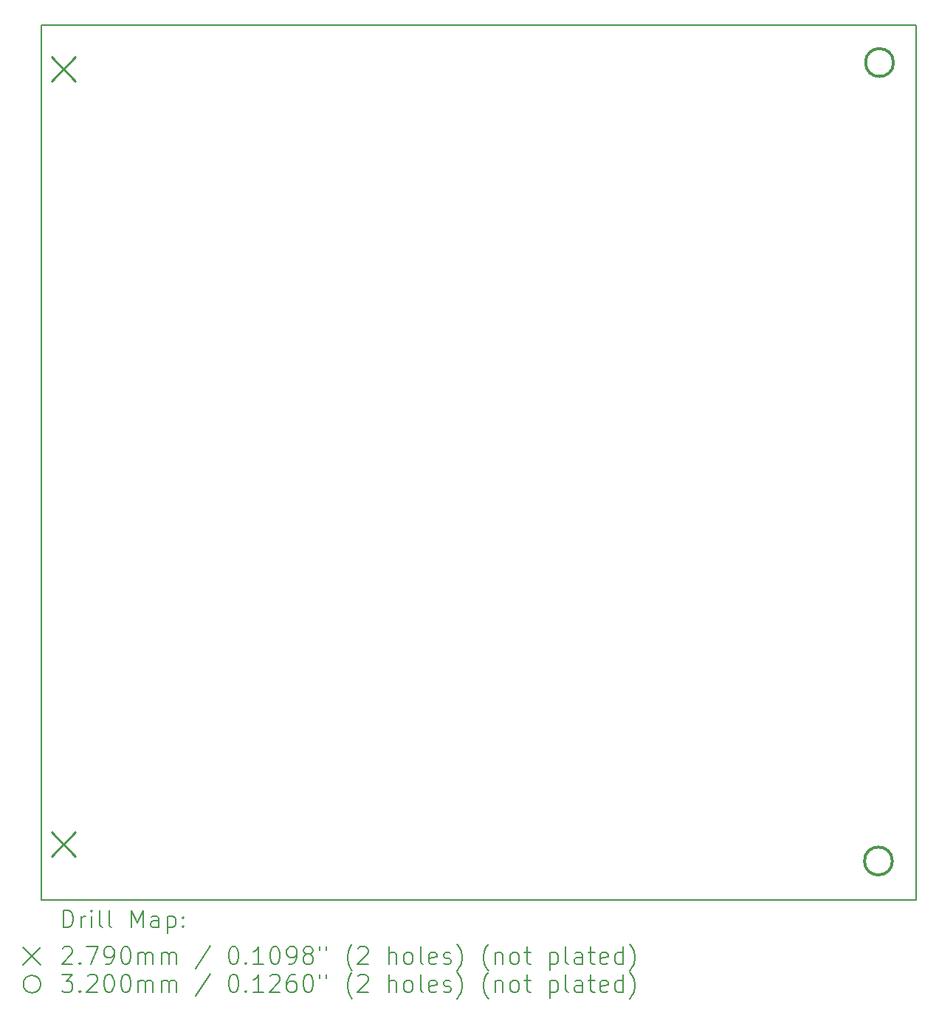
<source format=gbr>
%TF.GenerationSoftware,KiCad,Pcbnew,8.0.5-8.0.5-0~ubuntu24.04.1*%
%TF.CreationDate,2024-09-12T21:54:20+03:00*%
%TF.ProjectId,alu,616c752e-6b69-4636-9164-5f7063625858,rev?*%
%TF.SameCoordinates,Original*%
%TF.FileFunction,Drillmap*%
%TF.FilePolarity,Positive*%
%FSLAX45Y45*%
G04 Gerber Fmt 4.5, Leading zero omitted, Abs format (unit mm)*
G04 Created by KiCad (PCBNEW 8.0.5-8.0.5-0~ubuntu24.04.1) date 2024-09-12 21:54:20*
%MOMM*%
%LPD*%
G01*
G04 APERTURE LIST*
%ADD10C,0.150000*%
%ADD11C,0.200000*%
%ADD12C,0.279000*%
%ADD13C,0.320000*%
G04 APERTURE END LIST*
D10*
X3937000Y-2667000D02*
X13970000Y-2667000D01*
X13970000Y-12700000D01*
X3937000Y-12700000D01*
X3937000Y-2667000D01*
D11*
D12*
X4051500Y-3035500D02*
X4330500Y-3314500D01*
X4330500Y-3035500D02*
X4051500Y-3314500D01*
X4051500Y-11925500D02*
X4330500Y-12204500D01*
X4330500Y-11925500D02*
X4051500Y-12204500D01*
D13*
X13697300Y-12255500D02*
G75*
G02*
X13377300Y-12255500I-160000J0D01*
G01*
X13377300Y-12255500D02*
G75*
G02*
X13697300Y-12255500I160000J0D01*
G01*
X13710000Y-3098800D02*
G75*
G02*
X13390000Y-3098800I-160000J0D01*
G01*
X13390000Y-3098800D02*
G75*
G02*
X13710000Y-3098800I160000J0D01*
G01*
D11*
X4190277Y-13018984D02*
X4190277Y-12818984D01*
X4190277Y-12818984D02*
X4237896Y-12818984D01*
X4237896Y-12818984D02*
X4266467Y-12828508D01*
X4266467Y-12828508D02*
X4285515Y-12847555D01*
X4285515Y-12847555D02*
X4295039Y-12866603D01*
X4295039Y-12866603D02*
X4304563Y-12904698D01*
X4304563Y-12904698D02*
X4304563Y-12933269D01*
X4304563Y-12933269D02*
X4295039Y-12971365D01*
X4295039Y-12971365D02*
X4285515Y-12990412D01*
X4285515Y-12990412D02*
X4266467Y-13009460D01*
X4266467Y-13009460D02*
X4237896Y-13018984D01*
X4237896Y-13018984D02*
X4190277Y-13018984D01*
X4390277Y-13018984D02*
X4390277Y-12885650D01*
X4390277Y-12923746D02*
X4399801Y-12904698D01*
X4399801Y-12904698D02*
X4409324Y-12895174D01*
X4409324Y-12895174D02*
X4428372Y-12885650D01*
X4428372Y-12885650D02*
X4447420Y-12885650D01*
X4514086Y-13018984D02*
X4514086Y-12885650D01*
X4514086Y-12818984D02*
X4504563Y-12828508D01*
X4504563Y-12828508D02*
X4514086Y-12838031D01*
X4514086Y-12838031D02*
X4523610Y-12828508D01*
X4523610Y-12828508D02*
X4514086Y-12818984D01*
X4514086Y-12818984D02*
X4514086Y-12838031D01*
X4637896Y-13018984D02*
X4618848Y-13009460D01*
X4618848Y-13009460D02*
X4609324Y-12990412D01*
X4609324Y-12990412D02*
X4609324Y-12818984D01*
X4742658Y-13018984D02*
X4723610Y-13009460D01*
X4723610Y-13009460D02*
X4714086Y-12990412D01*
X4714086Y-12990412D02*
X4714086Y-12818984D01*
X4971229Y-13018984D02*
X4971229Y-12818984D01*
X4971229Y-12818984D02*
X5037896Y-12961841D01*
X5037896Y-12961841D02*
X5104563Y-12818984D01*
X5104563Y-12818984D02*
X5104563Y-13018984D01*
X5285515Y-13018984D02*
X5285515Y-12914222D01*
X5285515Y-12914222D02*
X5275991Y-12895174D01*
X5275991Y-12895174D02*
X5256944Y-12885650D01*
X5256944Y-12885650D02*
X5218848Y-12885650D01*
X5218848Y-12885650D02*
X5199801Y-12895174D01*
X5285515Y-13009460D02*
X5266467Y-13018984D01*
X5266467Y-13018984D02*
X5218848Y-13018984D01*
X5218848Y-13018984D02*
X5199801Y-13009460D01*
X5199801Y-13009460D02*
X5190277Y-12990412D01*
X5190277Y-12990412D02*
X5190277Y-12971365D01*
X5190277Y-12971365D02*
X5199801Y-12952317D01*
X5199801Y-12952317D02*
X5218848Y-12942793D01*
X5218848Y-12942793D02*
X5266467Y-12942793D01*
X5266467Y-12942793D02*
X5285515Y-12933269D01*
X5380753Y-12885650D02*
X5380753Y-13085650D01*
X5380753Y-12895174D02*
X5399801Y-12885650D01*
X5399801Y-12885650D02*
X5437896Y-12885650D01*
X5437896Y-12885650D02*
X5456944Y-12895174D01*
X5456944Y-12895174D02*
X5466467Y-12904698D01*
X5466467Y-12904698D02*
X5475991Y-12923746D01*
X5475991Y-12923746D02*
X5475991Y-12980888D01*
X5475991Y-12980888D02*
X5466467Y-12999936D01*
X5466467Y-12999936D02*
X5456944Y-13009460D01*
X5456944Y-13009460D02*
X5437896Y-13018984D01*
X5437896Y-13018984D02*
X5399801Y-13018984D01*
X5399801Y-13018984D02*
X5380753Y-13009460D01*
X5561705Y-12999936D02*
X5571229Y-13009460D01*
X5571229Y-13009460D02*
X5561705Y-13018984D01*
X5561705Y-13018984D02*
X5552182Y-13009460D01*
X5552182Y-13009460D02*
X5561705Y-12999936D01*
X5561705Y-12999936D02*
X5561705Y-13018984D01*
X5561705Y-12895174D02*
X5571229Y-12904698D01*
X5571229Y-12904698D02*
X5561705Y-12914222D01*
X5561705Y-12914222D02*
X5552182Y-12904698D01*
X5552182Y-12904698D02*
X5561705Y-12895174D01*
X5561705Y-12895174D02*
X5561705Y-12914222D01*
X3729500Y-13247500D02*
X3929500Y-13447500D01*
X3929500Y-13247500D02*
X3729500Y-13447500D01*
X4180753Y-13258031D02*
X4190277Y-13248508D01*
X4190277Y-13248508D02*
X4209324Y-13238984D01*
X4209324Y-13238984D02*
X4256944Y-13238984D01*
X4256944Y-13238984D02*
X4275991Y-13248508D01*
X4275991Y-13248508D02*
X4285515Y-13258031D01*
X4285515Y-13258031D02*
X4295039Y-13277079D01*
X4295039Y-13277079D02*
X4295039Y-13296127D01*
X4295039Y-13296127D02*
X4285515Y-13324698D01*
X4285515Y-13324698D02*
X4171229Y-13438984D01*
X4171229Y-13438984D02*
X4295039Y-13438984D01*
X4380753Y-13419936D02*
X4390277Y-13429460D01*
X4390277Y-13429460D02*
X4380753Y-13438984D01*
X4380753Y-13438984D02*
X4371229Y-13429460D01*
X4371229Y-13429460D02*
X4380753Y-13419936D01*
X4380753Y-13419936D02*
X4380753Y-13438984D01*
X4456944Y-13238984D02*
X4590277Y-13238984D01*
X4590277Y-13238984D02*
X4504563Y-13438984D01*
X4675991Y-13438984D02*
X4714086Y-13438984D01*
X4714086Y-13438984D02*
X4733134Y-13429460D01*
X4733134Y-13429460D02*
X4742658Y-13419936D01*
X4742658Y-13419936D02*
X4761705Y-13391365D01*
X4761705Y-13391365D02*
X4771229Y-13353269D01*
X4771229Y-13353269D02*
X4771229Y-13277079D01*
X4771229Y-13277079D02*
X4761705Y-13258031D01*
X4761705Y-13258031D02*
X4752182Y-13248508D01*
X4752182Y-13248508D02*
X4733134Y-13238984D01*
X4733134Y-13238984D02*
X4695039Y-13238984D01*
X4695039Y-13238984D02*
X4675991Y-13248508D01*
X4675991Y-13248508D02*
X4666467Y-13258031D01*
X4666467Y-13258031D02*
X4656944Y-13277079D01*
X4656944Y-13277079D02*
X4656944Y-13324698D01*
X4656944Y-13324698D02*
X4666467Y-13343746D01*
X4666467Y-13343746D02*
X4675991Y-13353269D01*
X4675991Y-13353269D02*
X4695039Y-13362793D01*
X4695039Y-13362793D02*
X4733134Y-13362793D01*
X4733134Y-13362793D02*
X4752182Y-13353269D01*
X4752182Y-13353269D02*
X4761705Y-13343746D01*
X4761705Y-13343746D02*
X4771229Y-13324698D01*
X4895039Y-13238984D02*
X4914086Y-13238984D01*
X4914086Y-13238984D02*
X4933134Y-13248508D01*
X4933134Y-13248508D02*
X4942658Y-13258031D01*
X4942658Y-13258031D02*
X4952182Y-13277079D01*
X4952182Y-13277079D02*
X4961705Y-13315174D01*
X4961705Y-13315174D02*
X4961705Y-13362793D01*
X4961705Y-13362793D02*
X4952182Y-13400888D01*
X4952182Y-13400888D02*
X4942658Y-13419936D01*
X4942658Y-13419936D02*
X4933134Y-13429460D01*
X4933134Y-13429460D02*
X4914086Y-13438984D01*
X4914086Y-13438984D02*
X4895039Y-13438984D01*
X4895039Y-13438984D02*
X4875991Y-13429460D01*
X4875991Y-13429460D02*
X4866467Y-13419936D01*
X4866467Y-13419936D02*
X4856944Y-13400888D01*
X4856944Y-13400888D02*
X4847420Y-13362793D01*
X4847420Y-13362793D02*
X4847420Y-13315174D01*
X4847420Y-13315174D02*
X4856944Y-13277079D01*
X4856944Y-13277079D02*
X4866467Y-13258031D01*
X4866467Y-13258031D02*
X4875991Y-13248508D01*
X4875991Y-13248508D02*
X4895039Y-13238984D01*
X5047420Y-13438984D02*
X5047420Y-13305650D01*
X5047420Y-13324698D02*
X5056944Y-13315174D01*
X5056944Y-13315174D02*
X5075991Y-13305650D01*
X5075991Y-13305650D02*
X5104563Y-13305650D01*
X5104563Y-13305650D02*
X5123610Y-13315174D01*
X5123610Y-13315174D02*
X5133134Y-13334222D01*
X5133134Y-13334222D02*
X5133134Y-13438984D01*
X5133134Y-13334222D02*
X5142658Y-13315174D01*
X5142658Y-13315174D02*
X5161705Y-13305650D01*
X5161705Y-13305650D02*
X5190277Y-13305650D01*
X5190277Y-13305650D02*
X5209325Y-13315174D01*
X5209325Y-13315174D02*
X5218848Y-13334222D01*
X5218848Y-13334222D02*
X5218848Y-13438984D01*
X5314086Y-13438984D02*
X5314086Y-13305650D01*
X5314086Y-13324698D02*
X5323610Y-13315174D01*
X5323610Y-13315174D02*
X5342658Y-13305650D01*
X5342658Y-13305650D02*
X5371229Y-13305650D01*
X5371229Y-13305650D02*
X5390277Y-13315174D01*
X5390277Y-13315174D02*
X5399801Y-13334222D01*
X5399801Y-13334222D02*
X5399801Y-13438984D01*
X5399801Y-13334222D02*
X5409325Y-13315174D01*
X5409325Y-13315174D02*
X5428372Y-13305650D01*
X5428372Y-13305650D02*
X5456944Y-13305650D01*
X5456944Y-13305650D02*
X5475991Y-13315174D01*
X5475991Y-13315174D02*
X5485515Y-13334222D01*
X5485515Y-13334222D02*
X5485515Y-13438984D01*
X5875991Y-13229460D02*
X5704563Y-13486603D01*
X6133134Y-13238984D02*
X6152182Y-13238984D01*
X6152182Y-13238984D02*
X6171229Y-13248508D01*
X6171229Y-13248508D02*
X6180753Y-13258031D01*
X6180753Y-13258031D02*
X6190277Y-13277079D01*
X6190277Y-13277079D02*
X6199801Y-13315174D01*
X6199801Y-13315174D02*
X6199801Y-13362793D01*
X6199801Y-13362793D02*
X6190277Y-13400888D01*
X6190277Y-13400888D02*
X6180753Y-13419936D01*
X6180753Y-13419936D02*
X6171229Y-13429460D01*
X6171229Y-13429460D02*
X6152182Y-13438984D01*
X6152182Y-13438984D02*
X6133134Y-13438984D01*
X6133134Y-13438984D02*
X6114086Y-13429460D01*
X6114086Y-13429460D02*
X6104563Y-13419936D01*
X6104563Y-13419936D02*
X6095039Y-13400888D01*
X6095039Y-13400888D02*
X6085515Y-13362793D01*
X6085515Y-13362793D02*
X6085515Y-13315174D01*
X6085515Y-13315174D02*
X6095039Y-13277079D01*
X6095039Y-13277079D02*
X6104563Y-13258031D01*
X6104563Y-13258031D02*
X6114086Y-13248508D01*
X6114086Y-13248508D02*
X6133134Y-13238984D01*
X6285515Y-13419936D02*
X6295039Y-13429460D01*
X6295039Y-13429460D02*
X6285515Y-13438984D01*
X6285515Y-13438984D02*
X6275991Y-13429460D01*
X6275991Y-13429460D02*
X6285515Y-13419936D01*
X6285515Y-13419936D02*
X6285515Y-13438984D01*
X6485515Y-13438984D02*
X6371229Y-13438984D01*
X6428372Y-13438984D02*
X6428372Y-13238984D01*
X6428372Y-13238984D02*
X6409325Y-13267555D01*
X6409325Y-13267555D02*
X6390277Y-13286603D01*
X6390277Y-13286603D02*
X6371229Y-13296127D01*
X6609325Y-13238984D02*
X6628372Y-13238984D01*
X6628372Y-13238984D02*
X6647420Y-13248508D01*
X6647420Y-13248508D02*
X6656944Y-13258031D01*
X6656944Y-13258031D02*
X6666467Y-13277079D01*
X6666467Y-13277079D02*
X6675991Y-13315174D01*
X6675991Y-13315174D02*
X6675991Y-13362793D01*
X6675991Y-13362793D02*
X6666467Y-13400888D01*
X6666467Y-13400888D02*
X6656944Y-13419936D01*
X6656944Y-13419936D02*
X6647420Y-13429460D01*
X6647420Y-13429460D02*
X6628372Y-13438984D01*
X6628372Y-13438984D02*
X6609325Y-13438984D01*
X6609325Y-13438984D02*
X6590277Y-13429460D01*
X6590277Y-13429460D02*
X6580753Y-13419936D01*
X6580753Y-13419936D02*
X6571229Y-13400888D01*
X6571229Y-13400888D02*
X6561706Y-13362793D01*
X6561706Y-13362793D02*
X6561706Y-13315174D01*
X6561706Y-13315174D02*
X6571229Y-13277079D01*
X6571229Y-13277079D02*
X6580753Y-13258031D01*
X6580753Y-13258031D02*
X6590277Y-13248508D01*
X6590277Y-13248508D02*
X6609325Y-13238984D01*
X6771229Y-13438984D02*
X6809325Y-13438984D01*
X6809325Y-13438984D02*
X6828372Y-13429460D01*
X6828372Y-13429460D02*
X6837896Y-13419936D01*
X6837896Y-13419936D02*
X6856944Y-13391365D01*
X6856944Y-13391365D02*
X6866467Y-13353269D01*
X6866467Y-13353269D02*
X6866467Y-13277079D01*
X6866467Y-13277079D02*
X6856944Y-13258031D01*
X6856944Y-13258031D02*
X6847420Y-13248508D01*
X6847420Y-13248508D02*
X6828372Y-13238984D01*
X6828372Y-13238984D02*
X6790277Y-13238984D01*
X6790277Y-13238984D02*
X6771229Y-13248508D01*
X6771229Y-13248508D02*
X6761706Y-13258031D01*
X6761706Y-13258031D02*
X6752182Y-13277079D01*
X6752182Y-13277079D02*
X6752182Y-13324698D01*
X6752182Y-13324698D02*
X6761706Y-13343746D01*
X6761706Y-13343746D02*
X6771229Y-13353269D01*
X6771229Y-13353269D02*
X6790277Y-13362793D01*
X6790277Y-13362793D02*
X6828372Y-13362793D01*
X6828372Y-13362793D02*
X6847420Y-13353269D01*
X6847420Y-13353269D02*
X6856944Y-13343746D01*
X6856944Y-13343746D02*
X6866467Y-13324698D01*
X6980753Y-13324698D02*
X6961706Y-13315174D01*
X6961706Y-13315174D02*
X6952182Y-13305650D01*
X6952182Y-13305650D02*
X6942658Y-13286603D01*
X6942658Y-13286603D02*
X6942658Y-13277079D01*
X6942658Y-13277079D02*
X6952182Y-13258031D01*
X6952182Y-13258031D02*
X6961706Y-13248508D01*
X6961706Y-13248508D02*
X6980753Y-13238984D01*
X6980753Y-13238984D02*
X7018848Y-13238984D01*
X7018848Y-13238984D02*
X7037896Y-13248508D01*
X7037896Y-13248508D02*
X7047420Y-13258031D01*
X7047420Y-13258031D02*
X7056944Y-13277079D01*
X7056944Y-13277079D02*
X7056944Y-13286603D01*
X7056944Y-13286603D02*
X7047420Y-13305650D01*
X7047420Y-13305650D02*
X7037896Y-13315174D01*
X7037896Y-13315174D02*
X7018848Y-13324698D01*
X7018848Y-13324698D02*
X6980753Y-13324698D01*
X6980753Y-13324698D02*
X6961706Y-13334222D01*
X6961706Y-13334222D02*
X6952182Y-13343746D01*
X6952182Y-13343746D02*
X6942658Y-13362793D01*
X6942658Y-13362793D02*
X6942658Y-13400888D01*
X6942658Y-13400888D02*
X6952182Y-13419936D01*
X6952182Y-13419936D02*
X6961706Y-13429460D01*
X6961706Y-13429460D02*
X6980753Y-13438984D01*
X6980753Y-13438984D02*
X7018848Y-13438984D01*
X7018848Y-13438984D02*
X7037896Y-13429460D01*
X7037896Y-13429460D02*
X7047420Y-13419936D01*
X7047420Y-13419936D02*
X7056944Y-13400888D01*
X7056944Y-13400888D02*
X7056944Y-13362793D01*
X7056944Y-13362793D02*
X7047420Y-13343746D01*
X7047420Y-13343746D02*
X7037896Y-13334222D01*
X7037896Y-13334222D02*
X7018848Y-13324698D01*
X7133134Y-13238984D02*
X7133134Y-13277079D01*
X7209325Y-13238984D02*
X7209325Y-13277079D01*
X7504563Y-13515174D02*
X7495039Y-13505650D01*
X7495039Y-13505650D02*
X7475991Y-13477079D01*
X7475991Y-13477079D02*
X7466468Y-13458031D01*
X7466468Y-13458031D02*
X7456944Y-13429460D01*
X7456944Y-13429460D02*
X7447420Y-13381841D01*
X7447420Y-13381841D02*
X7447420Y-13343746D01*
X7447420Y-13343746D02*
X7456944Y-13296127D01*
X7456944Y-13296127D02*
X7466468Y-13267555D01*
X7466468Y-13267555D02*
X7475991Y-13248508D01*
X7475991Y-13248508D02*
X7495039Y-13219936D01*
X7495039Y-13219936D02*
X7504563Y-13210412D01*
X7571229Y-13258031D02*
X7580753Y-13248508D01*
X7580753Y-13248508D02*
X7599801Y-13238984D01*
X7599801Y-13238984D02*
X7647420Y-13238984D01*
X7647420Y-13238984D02*
X7666468Y-13248508D01*
X7666468Y-13248508D02*
X7675991Y-13258031D01*
X7675991Y-13258031D02*
X7685515Y-13277079D01*
X7685515Y-13277079D02*
X7685515Y-13296127D01*
X7685515Y-13296127D02*
X7675991Y-13324698D01*
X7675991Y-13324698D02*
X7561706Y-13438984D01*
X7561706Y-13438984D02*
X7685515Y-13438984D01*
X7923610Y-13438984D02*
X7923610Y-13238984D01*
X8009325Y-13438984D02*
X8009325Y-13334222D01*
X8009325Y-13334222D02*
X7999801Y-13315174D01*
X7999801Y-13315174D02*
X7980753Y-13305650D01*
X7980753Y-13305650D02*
X7952182Y-13305650D01*
X7952182Y-13305650D02*
X7933134Y-13315174D01*
X7933134Y-13315174D02*
X7923610Y-13324698D01*
X8133134Y-13438984D02*
X8114087Y-13429460D01*
X8114087Y-13429460D02*
X8104563Y-13419936D01*
X8104563Y-13419936D02*
X8095039Y-13400888D01*
X8095039Y-13400888D02*
X8095039Y-13343746D01*
X8095039Y-13343746D02*
X8104563Y-13324698D01*
X8104563Y-13324698D02*
X8114087Y-13315174D01*
X8114087Y-13315174D02*
X8133134Y-13305650D01*
X8133134Y-13305650D02*
X8161706Y-13305650D01*
X8161706Y-13305650D02*
X8180753Y-13315174D01*
X8180753Y-13315174D02*
X8190277Y-13324698D01*
X8190277Y-13324698D02*
X8199801Y-13343746D01*
X8199801Y-13343746D02*
X8199801Y-13400888D01*
X8199801Y-13400888D02*
X8190277Y-13419936D01*
X8190277Y-13419936D02*
X8180753Y-13429460D01*
X8180753Y-13429460D02*
X8161706Y-13438984D01*
X8161706Y-13438984D02*
X8133134Y-13438984D01*
X8314087Y-13438984D02*
X8295039Y-13429460D01*
X8295039Y-13429460D02*
X8285515Y-13410412D01*
X8285515Y-13410412D02*
X8285515Y-13238984D01*
X8466468Y-13429460D02*
X8447420Y-13438984D01*
X8447420Y-13438984D02*
X8409325Y-13438984D01*
X8409325Y-13438984D02*
X8390277Y-13429460D01*
X8390277Y-13429460D02*
X8380753Y-13410412D01*
X8380753Y-13410412D02*
X8380753Y-13334222D01*
X8380753Y-13334222D02*
X8390277Y-13315174D01*
X8390277Y-13315174D02*
X8409325Y-13305650D01*
X8409325Y-13305650D02*
X8447420Y-13305650D01*
X8447420Y-13305650D02*
X8466468Y-13315174D01*
X8466468Y-13315174D02*
X8475992Y-13334222D01*
X8475992Y-13334222D02*
X8475992Y-13353269D01*
X8475992Y-13353269D02*
X8380753Y-13372317D01*
X8552182Y-13429460D02*
X8571230Y-13438984D01*
X8571230Y-13438984D02*
X8609325Y-13438984D01*
X8609325Y-13438984D02*
X8628373Y-13429460D01*
X8628373Y-13429460D02*
X8637896Y-13410412D01*
X8637896Y-13410412D02*
X8637896Y-13400888D01*
X8637896Y-13400888D02*
X8628373Y-13381841D01*
X8628373Y-13381841D02*
X8609325Y-13372317D01*
X8609325Y-13372317D02*
X8580753Y-13372317D01*
X8580753Y-13372317D02*
X8561706Y-13362793D01*
X8561706Y-13362793D02*
X8552182Y-13343746D01*
X8552182Y-13343746D02*
X8552182Y-13334222D01*
X8552182Y-13334222D02*
X8561706Y-13315174D01*
X8561706Y-13315174D02*
X8580753Y-13305650D01*
X8580753Y-13305650D02*
X8609325Y-13305650D01*
X8609325Y-13305650D02*
X8628373Y-13315174D01*
X8704563Y-13515174D02*
X8714087Y-13505650D01*
X8714087Y-13505650D02*
X8733134Y-13477079D01*
X8733134Y-13477079D02*
X8742658Y-13458031D01*
X8742658Y-13458031D02*
X8752182Y-13429460D01*
X8752182Y-13429460D02*
X8761706Y-13381841D01*
X8761706Y-13381841D02*
X8761706Y-13343746D01*
X8761706Y-13343746D02*
X8752182Y-13296127D01*
X8752182Y-13296127D02*
X8742658Y-13267555D01*
X8742658Y-13267555D02*
X8733134Y-13248508D01*
X8733134Y-13248508D02*
X8714087Y-13219936D01*
X8714087Y-13219936D02*
X8704563Y-13210412D01*
X9066468Y-13515174D02*
X9056944Y-13505650D01*
X9056944Y-13505650D02*
X9037896Y-13477079D01*
X9037896Y-13477079D02*
X9028373Y-13458031D01*
X9028373Y-13458031D02*
X9018849Y-13429460D01*
X9018849Y-13429460D02*
X9009325Y-13381841D01*
X9009325Y-13381841D02*
X9009325Y-13343746D01*
X9009325Y-13343746D02*
X9018849Y-13296127D01*
X9018849Y-13296127D02*
X9028373Y-13267555D01*
X9028373Y-13267555D02*
X9037896Y-13248508D01*
X9037896Y-13248508D02*
X9056944Y-13219936D01*
X9056944Y-13219936D02*
X9066468Y-13210412D01*
X9142658Y-13305650D02*
X9142658Y-13438984D01*
X9142658Y-13324698D02*
X9152182Y-13315174D01*
X9152182Y-13315174D02*
X9171230Y-13305650D01*
X9171230Y-13305650D02*
X9199801Y-13305650D01*
X9199801Y-13305650D02*
X9218849Y-13315174D01*
X9218849Y-13315174D02*
X9228373Y-13334222D01*
X9228373Y-13334222D02*
X9228373Y-13438984D01*
X9352182Y-13438984D02*
X9333134Y-13429460D01*
X9333134Y-13429460D02*
X9323611Y-13419936D01*
X9323611Y-13419936D02*
X9314087Y-13400888D01*
X9314087Y-13400888D02*
X9314087Y-13343746D01*
X9314087Y-13343746D02*
X9323611Y-13324698D01*
X9323611Y-13324698D02*
X9333134Y-13315174D01*
X9333134Y-13315174D02*
X9352182Y-13305650D01*
X9352182Y-13305650D02*
X9380754Y-13305650D01*
X9380754Y-13305650D02*
X9399801Y-13315174D01*
X9399801Y-13315174D02*
X9409325Y-13324698D01*
X9409325Y-13324698D02*
X9418849Y-13343746D01*
X9418849Y-13343746D02*
X9418849Y-13400888D01*
X9418849Y-13400888D02*
X9409325Y-13419936D01*
X9409325Y-13419936D02*
X9399801Y-13429460D01*
X9399801Y-13429460D02*
X9380754Y-13438984D01*
X9380754Y-13438984D02*
X9352182Y-13438984D01*
X9475992Y-13305650D02*
X9552182Y-13305650D01*
X9504563Y-13238984D02*
X9504563Y-13410412D01*
X9504563Y-13410412D02*
X9514087Y-13429460D01*
X9514087Y-13429460D02*
X9533134Y-13438984D01*
X9533134Y-13438984D02*
X9552182Y-13438984D01*
X9771230Y-13305650D02*
X9771230Y-13505650D01*
X9771230Y-13315174D02*
X9790277Y-13305650D01*
X9790277Y-13305650D02*
X9828373Y-13305650D01*
X9828373Y-13305650D02*
X9847420Y-13315174D01*
X9847420Y-13315174D02*
X9856944Y-13324698D01*
X9856944Y-13324698D02*
X9866468Y-13343746D01*
X9866468Y-13343746D02*
X9866468Y-13400888D01*
X9866468Y-13400888D02*
X9856944Y-13419936D01*
X9856944Y-13419936D02*
X9847420Y-13429460D01*
X9847420Y-13429460D02*
X9828373Y-13438984D01*
X9828373Y-13438984D02*
X9790277Y-13438984D01*
X9790277Y-13438984D02*
X9771230Y-13429460D01*
X9980754Y-13438984D02*
X9961706Y-13429460D01*
X9961706Y-13429460D02*
X9952182Y-13410412D01*
X9952182Y-13410412D02*
X9952182Y-13238984D01*
X10142658Y-13438984D02*
X10142658Y-13334222D01*
X10142658Y-13334222D02*
X10133135Y-13315174D01*
X10133135Y-13315174D02*
X10114087Y-13305650D01*
X10114087Y-13305650D02*
X10075992Y-13305650D01*
X10075992Y-13305650D02*
X10056944Y-13315174D01*
X10142658Y-13429460D02*
X10123611Y-13438984D01*
X10123611Y-13438984D02*
X10075992Y-13438984D01*
X10075992Y-13438984D02*
X10056944Y-13429460D01*
X10056944Y-13429460D02*
X10047420Y-13410412D01*
X10047420Y-13410412D02*
X10047420Y-13391365D01*
X10047420Y-13391365D02*
X10056944Y-13372317D01*
X10056944Y-13372317D02*
X10075992Y-13362793D01*
X10075992Y-13362793D02*
X10123611Y-13362793D01*
X10123611Y-13362793D02*
X10142658Y-13353269D01*
X10209325Y-13305650D02*
X10285515Y-13305650D01*
X10237896Y-13238984D02*
X10237896Y-13410412D01*
X10237896Y-13410412D02*
X10247420Y-13429460D01*
X10247420Y-13429460D02*
X10266468Y-13438984D01*
X10266468Y-13438984D02*
X10285515Y-13438984D01*
X10428373Y-13429460D02*
X10409325Y-13438984D01*
X10409325Y-13438984D02*
X10371230Y-13438984D01*
X10371230Y-13438984D02*
X10352182Y-13429460D01*
X10352182Y-13429460D02*
X10342658Y-13410412D01*
X10342658Y-13410412D02*
X10342658Y-13334222D01*
X10342658Y-13334222D02*
X10352182Y-13315174D01*
X10352182Y-13315174D02*
X10371230Y-13305650D01*
X10371230Y-13305650D02*
X10409325Y-13305650D01*
X10409325Y-13305650D02*
X10428373Y-13315174D01*
X10428373Y-13315174D02*
X10437896Y-13334222D01*
X10437896Y-13334222D02*
X10437896Y-13353269D01*
X10437896Y-13353269D02*
X10342658Y-13372317D01*
X10609325Y-13438984D02*
X10609325Y-13238984D01*
X10609325Y-13429460D02*
X10590277Y-13438984D01*
X10590277Y-13438984D02*
X10552182Y-13438984D01*
X10552182Y-13438984D02*
X10533135Y-13429460D01*
X10533135Y-13429460D02*
X10523611Y-13419936D01*
X10523611Y-13419936D02*
X10514087Y-13400888D01*
X10514087Y-13400888D02*
X10514087Y-13343746D01*
X10514087Y-13343746D02*
X10523611Y-13324698D01*
X10523611Y-13324698D02*
X10533135Y-13315174D01*
X10533135Y-13315174D02*
X10552182Y-13305650D01*
X10552182Y-13305650D02*
X10590277Y-13305650D01*
X10590277Y-13305650D02*
X10609325Y-13315174D01*
X10685516Y-13515174D02*
X10695039Y-13505650D01*
X10695039Y-13505650D02*
X10714087Y-13477079D01*
X10714087Y-13477079D02*
X10723611Y-13458031D01*
X10723611Y-13458031D02*
X10733135Y-13429460D01*
X10733135Y-13429460D02*
X10742658Y-13381841D01*
X10742658Y-13381841D02*
X10742658Y-13343746D01*
X10742658Y-13343746D02*
X10733135Y-13296127D01*
X10733135Y-13296127D02*
X10723611Y-13267555D01*
X10723611Y-13267555D02*
X10714087Y-13248508D01*
X10714087Y-13248508D02*
X10695039Y-13219936D01*
X10695039Y-13219936D02*
X10685516Y-13210412D01*
X3929500Y-13667500D02*
G75*
G02*
X3729500Y-13667500I-100000J0D01*
G01*
X3729500Y-13667500D02*
G75*
G02*
X3929500Y-13667500I100000J0D01*
G01*
X4171229Y-13558984D02*
X4295039Y-13558984D01*
X4295039Y-13558984D02*
X4228372Y-13635174D01*
X4228372Y-13635174D02*
X4256944Y-13635174D01*
X4256944Y-13635174D02*
X4275991Y-13644698D01*
X4275991Y-13644698D02*
X4285515Y-13654222D01*
X4285515Y-13654222D02*
X4295039Y-13673269D01*
X4295039Y-13673269D02*
X4295039Y-13720888D01*
X4295039Y-13720888D02*
X4285515Y-13739936D01*
X4285515Y-13739936D02*
X4275991Y-13749460D01*
X4275991Y-13749460D02*
X4256944Y-13758984D01*
X4256944Y-13758984D02*
X4199801Y-13758984D01*
X4199801Y-13758984D02*
X4180753Y-13749460D01*
X4180753Y-13749460D02*
X4171229Y-13739936D01*
X4380753Y-13739936D02*
X4390277Y-13749460D01*
X4390277Y-13749460D02*
X4380753Y-13758984D01*
X4380753Y-13758984D02*
X4371229Y-13749460D01*
X4371229Y-13749460D02*
X4380753Y-13739936D01*
X4380753Y-13739936D02*
X4380753Y-13758984D01*
X4466467Y-13578031D02*
X4475991Y-13568508D01*
X4475991Y-13568508D02*
X4495039Y-13558984D01*
X4495039Y-13558984D02*
X4542658Y-13558984D01*
X4542658Y-13558984D02*
X4561705Y-13568508D01*
X4561705Y-13568508D02*
X4571229Y-13578031D01*
X4571229Y-13578031D02*
X4580753Y-13597079D01*
X4580753Y-13597079D02*
X4580753Y-13616127D01*
X4580753Y-13616127D02*
X4571229Y-13644698D01*
X4571229Y-13644698D02*
X4456944Y-13758984D01*
X4456944Y-13758984D02*
X4580753Y-13758984D01*
X4704563Y-13558984D02*
X4723610Y-13558984D01*
X4723610Y-13558984D02*
X4742658Y-13568508D01*
X4742658Y-13568508D02*
X4752182Y-13578031D01*
X4752182Y-13578031D02*
X4761705Y-13597079D01*
X4761705Y-13597079D02*
X4771229Y-13635174D01*
X4771229Y-13635174D02*
X4771229Y-13682793D01*
X4771229Y-13682793D02*
X4761705Y-13720888D01*
X4761705Y-13720888D02*
X4752182Y-13739936D01*
X4752182Y-13739936D02*
X4742658Y-13749460D01*
X4742658Y-13749460D02*
X4723610Y-13758984D01*
X4723610Y-13758984D02*
X4704563Y-13758984D01*
X4704563Y-13758984D02*
X4685515Y-13749460D01*
X4685515Y-13749460D02*
X4675991Y-13739936D01*
X4675991Y-13739936D02*
X4666467Y-13720888D01*
X4666467Y-13720888D02*
X4656944Y-13682793D01*
X4656944Y-13682793D02*
X4656944Y-13635174D01*
X4656944Y-13635174D02*
X4666467Y-13597079D01*
X4666467Y-13597079D02*
X4675991Y-13578031D01*
X4675991Y-13578031D02*
X4685515Y-13568508D01*
X4685515Y-13568508D02*
X4704563Y-13558984D01*
X4895039Y-13558984D02*
X4914086Y-13558984D01*
X4914086Y-13558984D02*
X4933134Y-13568508D01*
X4933134Y-13568508D02*
X4942658Y-13578031D01*
X4942658Y-13578031D02*
X4952182Y-13597079D01*
X4952182Y-13597079D02*
X4961705Y-13635174D01*
X4961705Y-13635174D02*
X4961705Y-13682793D01*
X4961705Y-13682793D02*
X4952182Y-13720888D01*
X4952182Y-13720888D02*
X4942658Y-13739936D01*
X4942658Y-13739936D02*
X4933134Y-13749460D01*
X4933134Y-13749460D02*
X4914086Y-13758984D01*
X4914086Y-13758984D02*
X4895039Y-13758984D01*
X4895039Y-13758984D02*
X4875991Y-13749460D01*
X4875991Y-13749460D02*
X4866467Y-13739936D01*
X4866467Y-13739936D02*
X4856944Y-13720888D01*
X4856944Y-13720888D02*
X4847420Y-13682793D01*
X4847420Y-13682793D02*
X4847420Y-13635174D01*
X4847420Y-13635174D02*
X4856944Y-13597079D01*
X4856944Y-13597079D02*
X4866467Y-13578031D01*
X4866467Y-13578031D02*
X4875991Y-13568508D01*
X4875991Y-13568508D02*
X4895039Y-13558984D01*
X5047420Y-13758984D02*
X5047420Y-13625650D01*
X5047420Y-13644698D02*
X5056944Y-13635174D01*
X5056944Y-13635174D02*
X5075991Y-13625650D01*
X5075991Y-13625650D02*
X5104563Y-13625650D01*
X5104563Y-13625650D02*
X5123610Y-13635174D01*
X5123610Y-13635174D02*
X5133134Y-13654222D01*
X5133134Y-13654222D02*
X5133134Y-13758984D01*
X5133134Y-13654222D02*
X5142658Y-13635174D01*
X5142658Y-13635174D02*
X5161705Y-13625650D01*
X5161705Y-13625650D02*
X5190277Y-13625650D01*
X5190277Y-13625650D02*
X5209325Y-13635174D01*
X5209325Y-13635174D02*
X5218848Y-13654222D01*
X5218848Y-13654222D02*
X5218848Y-13758984D01*
X5314086Y-13758984D02*
X5314086Y-13625650D01*
X5314086Y-13644698D02*
X5323610Y-13635174D01*
X5323610Y-13635174D02*
X5342658Y-13625650D01*
X5342658Y-13625650D02*
X5371229Y-13625650D01*
X5371229Y-13625650D02*
X5390277Y-13635174D01*
X5390277Y-13635174D02*
X5399801Y-13654222D01*
X5399801Y-13654222D02*
X5399801Y-13758984D01*
X5399801Y-13654222D02*
X5409325Y-13635174D01*
X5409325Y-13635174D02*
X5428372Y-13625650D01*
X5428372Y-13625650D02*
X5456944Y-13625650D01*
X5456944Y-13625650D02*
X5475991Y-13635174D01*
X5475991Y-13635174D02*
X5485515Y-13654222D01*
X5485515Y-13654222D02*
X5485515Y-13758984D01*
X5875991Y-13549460D02*
X5704563Y-13806603D01*
X6133134Y-13558984D02*
X6152182Y-13558984D01*
X6152182Y-13558984D02*
X6171229Y-13568508D01*
X6171229Y-13568508D02*
X6180753Y-13578031D01*
X6180753Y-13578031D02*
X6190277Y-13597079D01*
X6190277Y-13597079D02*
X6199801Y-13635174D01*
X6199801Y-13635174D02*
X6199801Y-13682793D01*
X6199801Y-13682793D02*
X6190277Y-13720888D01*
X6190277Y-13720888D02*
X6180753Y-13739936D01*
X6180753Y-13739936D02*
X6171229Y-13749460D01*
X6171229Y-13749460D02*
X6152182Y-13758984D01*
X6152182Y-13758984D02*
X6133134Y-13758984D01*
X6133134Y-13758984D02*
X6114086Y-13749460D01*
X6114086Y-13749460D02*
X6104563Y-13739936D01*
X6104563Y-13739936D02*
X6095039Y-13720888D01*
X6095039Y-13720888D02*
X6085515Y-13682793D01*
X6085515Y-13682793D02*
X6085515Y-13635174D01*
X6085515Y-13635174D02*
X6095039Y-13597079D01*
X6095039Y-13597079D02*
X6104563Y-13578031D01*
X6104563Y-13578031D02*
X6114086Y-13568508D01*
X6114086Y-13568508D02*
X6133134Y-13558984D01*
X6285515Y-13739936D02*
X6295039Y-13749460D01*
X6295039Y-13749460D02*
X6285515Y-13758984D01*
X6285515Y-13758984D02*
X6275991Y-13749460D01*
X6275991Y-13749460D02*
X6285515Y-13739936D01*
X6285515Y-13739936D02*
X6285515Y-13758984D01*
X6485515Y-13758984D02*
X6371229Y-13758984D01*
X6428372Y-13758984D02*
X6428372Y-13558984D01*
X6428372Y-13558984D02*
X6409325Y-13587555D01*
X6409325Y-13587555D02*
X6390277Y-13606603D01*
X6390277Y-13606603D02*
X6371229Y-13616127D01*
X6561706Y-13578031D02*
X6571229Y-13568508D01*
X6571229Y-13568508D02*
X6590277Y-13558984D01*
X6590277Y-13558984D02*
X6637896Y-13558984D01*
X6637896Y-13558984D02*
X6656944Y-13568508D01*
X6656944Y-13568508D02*
X6666467Y-13578031D01*
X6666467Y-13578031D02*
X6675991Y-13597079D01*
X6675991Y-13597079D02*
X6675991Y-13616127D01*
X6675991Y-13616127D02*
X6666467Y-13644698D01*
X6666467Y-13644698D02*
X6552182Y-13758984D01*
X6552182Y-13758984D02*
X6675991Y-13758984D01*
X6847420Y-13558984D02*
X6809325Y-13558984D01*
X6809325Y-13558984D02*
X6790277Y-13568508D01*
X6790277Y-13568508D02*
X6780753Y-13578031D01*
X6780753Y-13578031D02*
X6761706Y-13606603D01*
X6761706Y-13606603D02*
X6752182Y-13644698D01*
X6752182Y-13644698D02*
X6752182Y-13720888D01*
X6752182Y-13720888D02*
X6761706Y-13739936D01*
X6761706Y-13739936D02*
X6771229Y-13749460D01*
X6771229Y-13749460D02*
X6790277Y-13758984D01*
X6790277Y-13758984D02*
X6828372Y-13758984D01*
X6828372Y-13758984D02*
X6847420Y-13749460D01*
X6847420Y-13749460D02*
X6856944Y-13739936D01*
X6856944Y-13739936D02*
X6866467Y-13720888D01*
X6866467Y-13720888D02*
X6866467Y-13673269D01*
X6866467Y-13673269D02*
X6856944Y-13654222D01*
X6856944Y-13654222D02*
X6847420Y-13644698D01*
X6847420Y-13644698D02*
X6828372Y-13635174D01*
X6828372Y-13635174D02*
X6790277Y-13635174D01*
X6790277Y-13635174D02*
X6771229Y-13644698D01*
X6771229Y-13644698D02*
X6761706Y-13654222D01*
X6761706Y-13654222D02*
X6752182Y-13673269D01*
X6990277Y-13558984D02*
X7009325Y-13558984D01*
X7009325Y-13558984D02*
X7028372Y-13568508D01*
X7028372Y-13568508D02*
X7037896Y-13578031D01*
X7037896Y-13578031D02*
X7047420Y-13597079D01*
X7047420Y-13597079D02*
X7056944Y-13635174D01*
X7056944Y-13635174D02*
X7056944Y-13682793D01*
X7056944Y-13682793D02*
X7047420Y-13720888D01*
X7047420Y-13720888D02*
X7037896Y-13739936D01*
X7037896Y-13739936D02*
X7028372Y-13749460D01*
X7028372Y-13749460D02*
X7009325Y-13758984D01*
X7009325Y-13758984D02*
X6990277Y-13758984D01*
X6990277Y-13758984D02*
X6971229Y-13749460D01*
X6971229Y-13749460D02*
X6961706Y-13739936D01*
X6961706Y-13739936D02*
X6952182Y-13720888D01*
X6952182Y-13720888D02*
X6942658Y-13682793D01*
X6942658Y-13682793D02*
X6942658Y-13635174D01*
X6942658Y-13635174D02*
X6952182Y-13597079D01*
X6952182Y-13597079D02*
X6961706Y-13578031D01*
X6961706Y-13578031D02*
X6971229Y-13568508D01*
X6971229Y-13568508D02*
X6990277Y-13558984D01*
X7133134Y-13558984D02*
X7133134Y-13597079D01*
X7209325Y-13558984D02*
X7209325Y-13597079D01*
X7504563Y-13835174D02*
X7495039Y-13825650D01*
X7495039Y-13825650D02*
X7475991Y-13797079D01*
X7475991Y-13797079D02*
X7466468Y-13778031D01*
X7466468Y-13778031D02*
X7456944Y-13749460D01*
X7456944Y-13749460D02*
X7447420Y-13701841D01*
X7447420Y-13701841D02*
X7447420Y-13663746D01*
X7447420Y-13663746D02*
X7456944Y-13616127D01*
X7456944Y-13616127D02*
X7466468Y-13587555D01*
X7466468Y-13587555D02*
X7475991Y-13568508D01*
X7475991Y-13568508D02*
X7495039Y-13539936D01*
X7495039Y-13539936D02*
X7504563Y-13530412D01*
X7571229Y-13578031D02*
X7580753Y-13568508D01*
X7580753Y-13568508D02*
X7599801Y-13558984D01*
X7599801Y-13558984D02*
X7647420Y-13558984D01*
X7647420Y-13558984D02*
X7666468Y-13568508D01*
X7666468Y-13568508D02*
X7675991Y-13578031D01*
X7675991Y-13578031D02*
X7685515Y-13597079D01*
X7685515Y-13597079D02*
X7685515Y-13616127D01*
X7685515Y-13616127D02*
X7675991Y-13644698D01*
X7675991Y-13644698D02*
X7561706Y-13758984D01*
X7561706Y-13758984D02*
X7685515Y-13758984D01*
X7923610Y-13758984D02*
X7923610Y-13558984D01*
X8009325Y-13758984D02*
X8009325Y-13654222D01*
X8009325Y-13654222D02*
X7999801Y-13635174D01*
X7999801Y-13635174D02*
X7980753Y-13625650D01*
X7980753Y-13625650D02*
X7952182Y-13625650D01*
X7952182Y-13625650D02*
X7933134Y-13635174D01*
X7933134Y-13635174D02*
X7923610Y-13644698D01*
X8133134Y-13758984D02*
X8114087Y-13749460D01*
X8114087Y-13749460D02*
X8104563Y-13739936D01*
X8104563Y-13739936D02*
X8095039Y-13720888D01*
X8095039Y-13720888D02*
X8095039Y-13663746D01*
X8095039Y-13663746D02*
X8104563Y-13644698D01*
X8104563Y-13644698D02*
X8114087Y-13635174D01*
X8114087Y-13635174D02*
X8133134Y-13625650D01*
X8133134Y-13625650D02*
X8161706Y-13625650D01*
X8161706Y-13625650D02*
X8180753Y-13635174D01*
X8180753Y-13635174D02*
X8190277Y-13644698D01*
X8190277Y-13644698D02*
X8199801Y-13663746D01*
X8199801Y-13663746D02*
X8199801Y-13720888D01*
X8199801Y-13720888D02*
X8190277Y-13739936D01*
X8190277Y-13739936D02*
X8180753Y-13749460D01*
X8180753Y-13749460D02*
X8161706Y-13758984D01*
X8161706Y-13758984D02*
X8133134Y-13758984D01*
X8314087Y-13758984D02*
X8295039Y-13749460D01*
X8295039Y-13749460D02*
X8285515Y-13730412D01*
X8285515Y-13730412D02*
X8285515Y-13558984D01*
X8466468Y-13749460D02*
X8447420Y-13758984D01*
X8447420Y-13758984D02*
X8409325Y-13758984D01*
X8409325Y-13758984D02*
X8390277Y-13749460D01*
X8390277Y-13749460D02*
X8380753Y-13730412D01*
X8380753Y-13730412D02*
X8380753Y-13654222D01*
X8380753Y-13654222D02*
X8390277Y-13635174D01*
X8390277Y-13635174D02*
X8409325Y-13625650D01*
X8409325Y-13625650D02*
X8447420Y-13625650D01*
X8447420Y-13625650D02*
X8466468Y-13635174D01*
X8466468Y-13635174D02*
X8475992Y-13654222D01*
X8475992Y-13654222D02*
X8475992Y-13673269D01*
X8475992Y-13673269D02*
X8380753Y-13692317D01*
X8552182Y-13749460D02*
X8571230Y-13758984D01*
X8571230Y-13758984D02*
X8609325Y-13758984D01*
X8609325Y-13758984D02*
X8628373Y-13749460D01*
X8628373Y-13749460D02*
X8637896Y-13730412D01*
X8637896Y-13730412D02*
X8637896Y-13720888D01*
X8637896Y-13720888D02*
X8628373Y-13701841D01*
X8628373Y-13701841D02*
X8609325Y-13692317D01*
X8609325Y-13692317D02*
X8580753Y-13692317D01*
X8580753Y-13692317D02*
X8561706Y-13682793D01*
X8561706Y-13682793D02*
X8552182Y-13663746D01*
X8552182Y-13663746D02*
X8552182Y-13654222D01*
X8552182Y-13654222D02*
X8561706Y-13635174D01*
X8561706Y-13635174D02*
X8580753Y-13625650D01*
X8580753Y-13625650D02*
X8609325Y-13625650D01*
X8609325Y-13625650D02*
X8628373Y-13635174D01*
X8704563Y-13835174D02*
X8714087Y-13825650D01*
X8714087Y-13825650D02*
X8733134Y-13797079D01*
X8733134Y-13797079D02*
X8742658Y-13778031D01*
X8742658Y-13778031D02*
X8752182Y-13749460D01*
X8752182Y-13749460D02*
X8761706Y-13701841D01*
X8761706Y-13701841D02*
X8761706Y-13663746D01*
X8761706Y-13663746D02*
X8752182Y-13616127D01*
X8752182Y-13616127D02*
X8742658Y-13587555D01*
X8742658Y-13587555D02*
X8733134Y-13568508D01*
X8733134Y-13568508D02*
X8714087Y-13539936D01*
X8714087Y-13539936D02*
X8704563Y-13530412D01*
X9066468Y-13835174D02*
X9056944Y-13825650D01*
X9056944Y-13825650D02*
X9037896Y-13797079D01*
X9037896Y-13797079D02*
X9028373Y-13778031D01*
X9028373Y-13778031D02*
X9018849Y-13749460D01*
X9018849Y-13749460D02*
X9009325Y-13701841D01*
X9009325Y-13701841D02*
X9009325Y-13663746D01*
X9009325Y-13663746D02*
X9018849Y-13616127D01*
X9018849Y-13616127D02*
X9028373Y-13587555D01*
X9028373Y-13587555D02*
X9037896Y-13568508D01*
X9037896Y-13568508D02*
X9056944Y-13539936D01*
X9056944Y-13539936D02*
X9066468Y-13530412D01*
X9142658Y-13625650D02*
X9142658Y-13758984D01*
X9142658Y-13644698D02*
X9152182Y-13635174D01*
X9152182Y-13635174D02*
X9171230Y-13625650D01*
X9171230Y-13625650D02*
X9199801Y-13625650D01*
X9199801Y-13625650D02*
X9218849Y-13635174D01*
X9218849Y-13635174D02*
X9228373Y-13654222D01*
X9228373Y-13654222D02*
X9228373Y-13758984D01*
X9352182Y-13758984D02*
X9333134Y-13749460D01*
X9333134Y-13749460D02*
X9323611Y-13739936D01*
X9323611Y-13739936D02*
X9314087Y-13720888D01*
X9314087Y-13720888D02*
X9314087Y-13663746D01*
X9314087Y-13663746D02*
X9323611Y-13644698D01*
X9323611Y-13644698D02*
X9333134Y-13635174D01*
X9333134Y-13635174D02*
X9352182Y-13625650D01*
X9352182Y-13625650D02*
X9380754Y-13625650D01*
X9380754Y-13625650D02*
X9399801Y-13635174D01*
X9399801Y-13635174D02*
X9409325Y-13644698D01*
X9409325Y-13644698D02*
X9418849Y-13663746D01*
X9418849Y-13663746D02*
X9418849Y-13720888D01*
X9418849Y-13720888D02*
X9409325Y-13739936D01*
X9409325Y-13739936D02*
X9399801Y-13749460D01*
X9399801Y-13749460D02*
X9380754Y-13758984D01*
X9380754Y-13758984D02*
X9352182Y-13758984D01*
X9475992Y-13625650D02*
X9552182Y-13625650D01*
X9504563Y-13558984D02*
X9504563Y-13730412D01*
X9504563Y-13730412D02*
X9514087Y-13749460D01*
X9514087Y-13749460D02*
X9533134Y-13758984D01*
X9533134Y-13758984D02*
X9552182Y-13758984D01*
X9771230Y-13625650D02*
X9771230Y-13825650D01*
X9771230Y-13635174D02*
X9790277Y-13625650D01*
X9790277Y-13625650D02*
X9828373Y-13625650D01*
X9828373Y-13625650D02*
X9847420Y-13635174D01*
X9847420Y-13635174D02*
X9856944Y-13644698D01*
X9856944Y-13644698D02*
X9866468Y-13663746D01*
X9866468Y-13663746D02*
X9866468Y-13720888D01*
X9866468Y-13720888D02*
X9856944Y-13739936D01*
X9856944Y-13739936D02*
X9847420Y-13749460D01*
X9847420Y-13749460D02*
X9828373Y-13758984D01*
X9828373Y-13758984D02*
X9790277Y-13758984D01*
X9790277Y-13758984D02*
X9771230Y-13749460D01*
X9980754Y-13758984D02*
X9961706Y-13749460D01*
X9961706Y-13749460D02*
X9952182Y-13730412D01*
X9952182Y-13730412D02*
X9952182Y-13558984D01*
X10142658Y-13758984D02*
X10142658Y-13654222D01*
X10142658Y-13654222D02*
X10133135Y-13635174D01*
X10133135Y-13635174D02*
X10114087Y-13625650D01*
X10114087Y-13625650D02*
X10075992Y-13625650D01*
X10075992Y-13625650D02*
X10056944Y-13635174D01*
X10142658Y-13749460D02*
X10123611Y-13758984D01*
X10123611Y-13758984D02*
X10075992Y-13758984D01*
X10075992Y-13758984D02*
X10056944Y-13749460D01*
X10056944Y-13749460D02*
X10047420Y-13730412D01*
X10047420Y-13730412D02*
X10047420Y-13711365D01*
X10047420Y-13711365D02*
X10056944Y-13692317D01*
X10056944Y-13692317D02*
X10075992Y-13682793D01*
X10075992Y-13682793D02*
X10123611Y-13682793D01*
X10123611Y-13682793D02*
X10142658Y-13673269D01*
X10209325Y-13625650D02*
X10285515Y-13625650D01*
X10237896Y-13558984D02*
X10237896Y-13730412D01*
X10237896Y-13730412D02*
X10247420Y-13749460D01*
X10247420Y-13749460D02*
X10266468Y-13758984D01*
X10266468Y-13758984D02*
X10285515Y-13758984D01*
X10428373Y-13749460D02*
X10409325Y-13758984D01*
X10409325Y-13758984D02*
X10371230Y-13758984D01*
X10371230Y-13758984D02*
X10352182Y-13749460D01*
X10352182Y-13749460D02*
X10342658Y-13730412D01*
X10342658Y-13730412D02*
X10342658Y-13654222D01*
X10342658Y-13654222D02*
X10352182Y-13635174D01*
X10352182Y-13635174D02*
X10371230Y-13625650D01*
X10371230Y-13625650D02*
X10409325Y-13625650D01*
X10409325Y-13625650D02*
X10428373Y-13635174D01*
X10428373Y-13635174D02*
X10437896Y-13654222D01*
X10437896Y-13654222D02*
X10437896Y-13673269D01*
X10437896Y-13673269D02*
X10342658Y-13692317D01*
X10609325Y-13758984D02*
X10609325Y-13558984D01*
X10609325Y-13749460D02*
X10590277Y-13758984D01*
X10590277Y-13758984D02*
X10552182Y-13758984D01*
X10552182Y-13758984D02*
X10533135Y-13749460D01*
X10533135Y-13749460D02*
X10523611Y-13739936D01*
X10523611Y-13739936D02*
X10514087Y-13720888D01*
X10514087Y-13720888D02*
X10514087Y-13663746D01*
X10514087Y-13663746D02*
X10523611Y-13644698D01*
X10523611Y-13644698D02*
X10533135Y-13635174D01*
X10533135Y-13635174D02*
X10552182Y-13625650D01*
X10552182Y-13625650D02*
X10590277Y-13625650D01*
X10590277Y-13625650D02*
X10609325Y-13635174D01*
X10685516Y-13835174D02*
X10695039Y-13825650D01*
X10695039Y-13825650D02*
X10714087Y-13797079D01*
X10714087Y-13797079D02*
X10723611Y-13778031D01*
X10723611Y-13778031D02*
X10733135Y-13749460D01*
X10733135Y-13749460D02*
X10742658Y-13701841D01*
X10742658Y-13701841D02*
X10742658Y-13663746D01*
X10742658Y-13663746D02*
X10733135Y-13616127D01*
X10733135Y-13616127D02*
X10723611Y-13587555D01*
X10723611Y-13587555D02*
X10714087Y-13568508D01*
X10714087Y-13568508D02*
X10695039Y-13539936D01*
X10695039Y-13539936D02*
X10685516Y-13530412D01*
M02*

</source>
